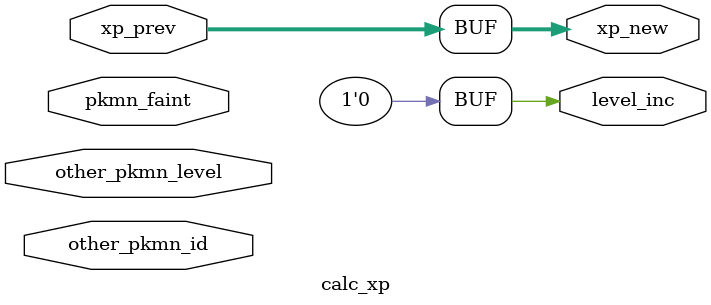
<source format=sv>
module calc_xp(input logic [7:0] xp_prev,
					input logic [4:0] other_pkmn_id,
					input logic [3:0] other_pkmn_level,
					input logic pkmn_faint,
					output logic [7:0] xp_new,
					output logic level_inc
					);
// 01100 : PikachuBack
// 01101 : DoduoBack
// 01110 : HoundourBack
// 01111 : MurkrowBack

// 10000 : OnyxBack
// 10001 : GolduckBack
// 10010 : PidgeottoBack
// 10011 : SceptileBack

// 10100 : LugiaBack
// 10101 : ArceusBack
// 10110 : ArticunoBack
// 10111 : EnteiBack

               logic [7:0] curr_xp;
					
					always_comb
					begin
		
					if(pkmn_faint)
					begin
					
					if(other_pkmn_id == 5'b01100) //pikachu
					begin
						curr_xp = 25 * other_pkmn_level; // 25*3 = 72
						if(curr_xp + xp_prev > 8'd255)
							begin
							xp_new = (curr_xp + xp_prev)%255;
							level_inc = 1'b1;
							end
						else
							begin
							xp_new = curr_xp + xp_prev;
							level_inc = 1'b0;
							end
					end
					
					else if(other_pkmn_id == 5'b01101) //doduo
					begin
						curr_xp = 27 * other_pkmn_level; // 27*3 = 81
						if(curr_xp + xp_prev > 8'd255)
						begin
							xp_new = (curr_xp + xp_prev)%255; 
							level_inc = 1'b1;
						end
						else
							begin
							xp_new = curr_xp + xp_prev;
							level_inc = 1'b0;
							end
					end
					
					else if(other_pkmn_id == 5'b01110) //Houndour
					begin
						curr_xp = 30 * other_pkmn_level; // 30*3 = 90
						if(curr_xp + xp_prev > 8'd255)
							begin
							xp_new = (curr_xp + xp_prev)%255;
							level_inc = 1'b1;
							end
						else
							begin
							xp_new = curr_xp + xp_prev;
							level_inc = 1'b0;
							end
					end
					
					else if(other_pkmn_id == 5'b01111) //murkrow
					begin
						curr_xp = 24 * other_pkmn_level; // 24*3 = 72
						if(curr_xp + xp_prev > 8'd255)
							begin
							xp_new = (curr_xp + xp_prev)%255;
							level_inc = 1'b1;
							end
						else
							begin
							xp_new = curr_xp + xp_prev;
							level_inc = 1'b0;
							end
					end
					
					else if(other_pkmn_id == 5'b10000) //onyx
					begin
						curr_xp = 20 * other_pkmn_level; // 18*8 = 144
						if(curr_xp + xp_prev > 8'd255)
						   begin
							xp_new = (curr_xp + xp_prev)%255;
							level_inc = 1'b1;
							end
						else
							begin
							xp_new = curr_xp + xp_prev;
							level_inc = 1'b0;
							end
					end
					
					else if(other_pkmn_id == 5'b10001)// golduck
					begin
						curr_xp = 12 * other_pkmn_level; // 12*8 = 96
						if(curr_xp + xp_prev > 8'd255)
							begin
							xp_new = (curr_xp + xp_prev)%255;
							level_inc = 1'b1;
							end
						else
							begin
							xp_new = curr_xp + xp_prev;
							level_inc = 1'b0;
							end
					end
					
					else if(other_pkmn_id == 5'b10010) //pidgeotto
					begin
						curr_xp = 14 * other_pkmn_level; // 14*8 = 112
						if(curr_xp + xp_prev > 8'd255)
							begin
							xp_new = (curr_xp + xp_prev)%255;
							level_inc = 1'b1;
							end
						else
							begin
							xp_new = curr_xp + xp_prev;
							level_inc = 1'b0;
						   end
					end
					
					else if(other_pkmn_id == 5'b10011) //sceptile
					begin
						curr_xp = 16 * other_pkmn_level;// 16*8 = 128
						if(curr_xp + xp_prev > 8'd255)
							begin
							xp_new = (curr_xp + xp_prev)%255;
							level_inc = 1'b1;
							end
						else
							begin
							xp_new = curr_xp + xp_prev;
							level_inc = 1'b0;
							end
					end
					
					else if(other_pkmn_id == 5'b10100)// lugia 
					begin
						curr_xp = 14 * other_pkmn_level;//14*13 = 182 
						if(curr_xp + xp_prev > 8'd255)
							begin
							xp_new = (curr_xp + xp_prev)%255;
							level_inc = 1'b1;
							end
						else
							begin
							xp_new = curr_xp + xp_prev;
							level_inc = 1'b0;
							end
					end
					
					else if(other_pkmn_id == 5'b10101)// arceus
					begin
						curr_xp = 15 * other_pkmn_level;//15*13 = 195
						if(curr_xp + xp_prev > 8'd255)
							begin
							xp_new = (curr_xp + xp_prev)%255;
							level_inc = 1'b1;
							end
						else
							begin
							xp_new = curr_xp + xp_prev;
							level_inc = 1'b0;
							end
					end
					
					else if(other_pkmn_id == 5'b10110) //articuno
					begin
						curr_xp = 12 * other_pkmn_level;// 12*13 = 156
						if(curr_xp + xp_prev > 8'd255)
							begin
							xp_new = (curr_xp + xp_prev)%255;
							level_inc = 1'b1;
							end
						else
							begin
							xp_new = curr_xp + xp_prev;
							level_inc = 1'b0;
							end
					end
					
					else if(other_pkmn_id == 5'b10111) //deoxys
					begin
						curr_xp = 13 * other_pkmn_level; // 13*13 = 169
						if(curr_xp + xp_prev > 8'd255)
							begin
							xp_new = (curr_xp + xp_prev)%255;
							level_inc = 1'b1;
							end
						else
							begin
							xp_new = curr_xp + xp_prev;
							level_inc = 1'b0;
							end
					end
					
					else
					begin
					curr_xp = 10 * other_pkmn_level;// undefined pokemon
						if(curr_xp + xp_prev > 8'd255)
							begin
							xp_new = (curr_xp + xp_prev)%255;
							level_inc = 1'b1;
							end
						else
							begin
							xp_new = curr_xp + xp_prev;
							level_inc = 1'b0;
							end
					end
			end		
					
					
					
					
					
					
				
					else
					curr_xp = xp_prev;
					xp_new = xp_prev;
					level_inc = 1'b0;
					end
					
					endmodule
					
</source>
